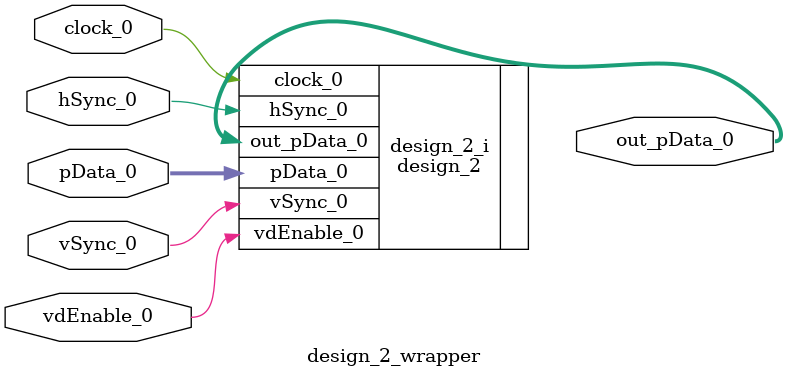
<source format=v>
`timescale 1 ps / 1 ps

module design_2_wrapper
   (clock_0,
    hSync_0,
    out_pData_0,
    pData_0,
    vSync_0,
    vdEnable_0);
  input clock_0;
  input hSync_0;
  output [23:0]out_pData_0;
  input [23:0]pData_0;
  input vSync_0;
  input vdEnable_0;

  wire clock_0;
  wire hSync_0;
  wire [23:0]out_pData_0;
  wire [23:0]pData_0;
  wire vSync_0;
  wire vdEnable_0;

  design_2 design_2_i
       (.clock_0(clock_0),
        .hSync_0(hSync_0),
        .out_pData_0(out_pData_0),
        .pData_0(pData_0),
        .vSync_0(vSync_0),
        .vdEnable_0(vdEnable_0));
endmodule

</source>
